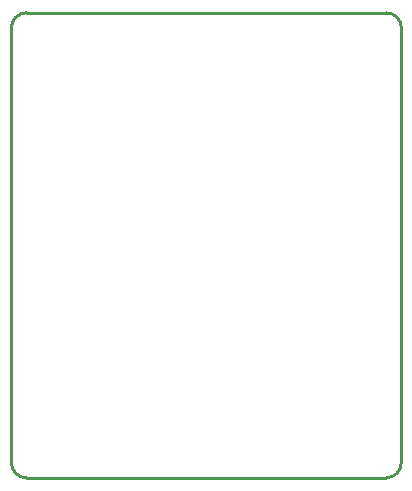
<source format=gko>
G04 Layer_Color=16711935*
%FSLAX25Y25*%
%MOIN*%
G70*
G01*
G75*
%ADD49C,0.01000*%
D49*
X65000Y72500D02*
G03*
X60000Y77500I-5000J0D01*
G01*
X-60000Y77500D02*
G03*
X-65000Y72500I-0J-5000D01*
G01*
Y-72500D02*
G03*
X-60000Y-77500I5000J0D01*
G01*
X60000D02*
G03*
X65000Y-72500I0J5000D01*
G01*
X-60000Y77500D02*
G03*
X-65000Y72500I125J-5125D01*
G01*
X65000Y72500D02*
G03*
X60000Y77500I-5000J0D01*
G01*
X60000Y-77500D02*
G03*
X65000Y-72500I0J5000D01*
G01*
X-65000Y-72500D02*
G03*
X-60000Y-77500I5000J0D01*
G01*
X-60000Y77500D02*
X60000D01*
X65000Y-72500D02*
Y72500D01*
X-60000Y-77500D02*
X60000D01*
X-65000Y-72500D02*
Y72500D01*
M02*

</source>
